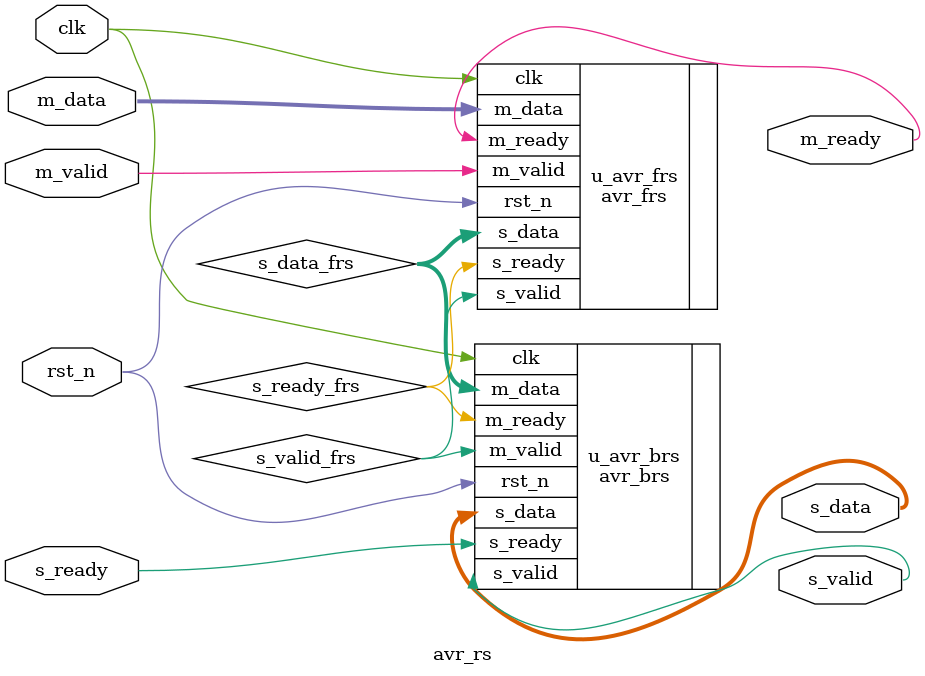
<source format=v>
module avr_rs #(parameter DW='d256)(
    input [DW-1:0]  m_data  ,
    input           m_valid ,
    output          m_ready ,
 
    output [DW-1:0] s_data  ,
    output          s_valid ,
    input           s_ready ,

    input clk               ,
    input rst_n
    );
wire [DW-1:0] s_data_frs              ;
wire          s_valid_frs,s_ready_frs ;

    avr_frs #(.DW(DW))u_avr_frs(
    .m_data     ( m_data      ),
    .m_valid    ( m_valid     ),
    .m_ready    ( m_ready     ),
 
    .s_data     ( s_data_frs  ),
    .s_valid    ( s_valid_frs ),
    .s_ready    ( s_ready_frs ),
 
    .clk        ( clk         ),
    .rst_n      ( rst_n       )
    );  

    avr_brs #(.DW(DW))u_avr_brs(
    .m_data     ( s_data_frs  ),
    .m_valid    ( s_valid_frs ),
    .m_ready    ( s_ready_frs ),

    .s_data     ( s_data      ),
    .s_valid    ( s_valid     ),
    .s_ready    ( s_ready     ),

    .clk        ( clk         ),
    .rst_n      ( rst_n       )
    );  

endmodule
</source>
